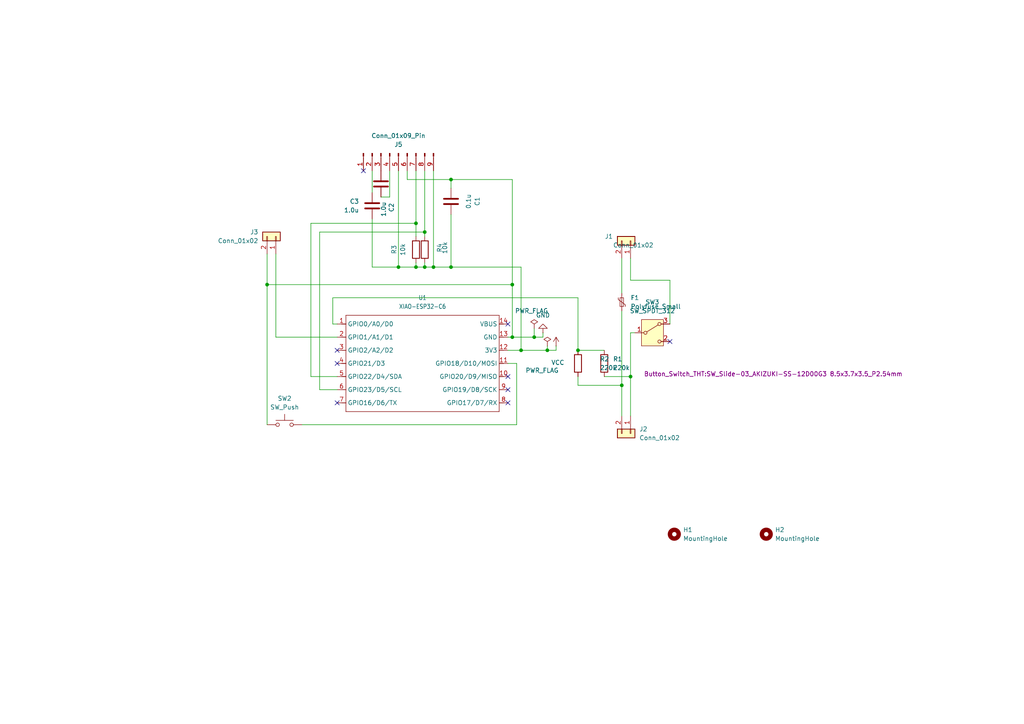
<source format=kicad_sch>
(kicad_sch (version 20250114) (generator "eeschema") (generator_version "9.0")
  (paper "A4")
  (title_block (title "B-Fox Receiver"))
  (lib_symbols
    (symbol "Connector:Conn_01x09_Pin" (pin_names (offset 1.016) (hide yes))
      (property "Reference" "J" (at 0 12.7 0))
      (property "Value" "Conn_01x09_Pin" (at 0 -12.7 0))
      (symbol "Conn_01x09_Pin_1_1"
        (rectangle (start 0.8636 10.287) (end 0 10.033) (stroke (width 0.1524)) (fill (type outline)))
        (rectangle (start 0.8636 7.747) (end 0 7.493) (stroke (width 0.1524)) (fill (type outline)))
        (rectangle (start 0.8636 5.207) (end 0 4.953) (stroke (width 0.1524)) (fill (type outline)))
        (rectangle (start 0.8636 2.667) (end 0 2.413) (stroke (width 0.1524)) (fill (type outline)))
        (rectangle (start 0.8636 0.127) (end 0 -0.127) (stroke (width 0.1524)) (fill (type outline)))
        (rectangle (start 0.8636 -2.413) (end 0 -2.667) (stroke (width 0.1524)) (fill (type outline)))
        (rectangle (start 0.8636 -4.953) (end 0 -5.207) (stroke (width 0.1524)) (fill (type outline)))
        (rectangle (start 0.8636 -7.493) (end 0 -7.747) (stroke (width 0.1524)) (fill (type outline)))
        (rectangle (start 0.8636 -10.033) (end 0 -10.287) (stroke (width 0.1524)) (fill (type outline)))
        (polyline (pts (xy 1.27 10.16) (xy 0.8636 10.16)) (stroke (width 0.1524)))
        (polyline (pts (xy 1.27 7.62) (xy 0.8636 7.62)) (stroke (width 0.1524)))
        (polyline (pts (xy 1.27 5.08) (xy 0.8636 5.08)) (stroke (width 0.1524)))
        (polyline (pts (xy 1.27 2.54) (xy 0.8636 2.54)) (stroke (width 0.1524)))
        (polyline (pts (xy 1.27 0) (xy 0.8636 0)) (stroke (width 0.1524)))
        (polyline (pts (xy 1.27 -2.54) (xy 0.8636 -2.54)) (stroke (width 0.1524)))
        (polyline (pts (xy 1.27 -5.08) (xy 0.8636 -5.08)) (stroke (width 0.1524)))
        (polyline (pts (xy 1.27 -7.62) (xy 0.8636 -7.62)) (stroke (width 0.1524)))
        (polyline (pts (xy 1.27 -10.16) (xy 0.8636 -10.16)) (stroke (width 0.1524)))
        (pin passive line (at 5.08 10.16 180) (length 3.81) (name "Pin_1") (number "1"))
        (pin passive line (at 5.08 7.62 180) (length 3.81) (name "Pin_2") (number "2"))
        (pin passive line (at 5.08 5.08 180) (length 3.81) (name "Pin_3") (number "3"))
        (pin passive line (at 5.08 2.54 180) (length 3.81) (name "Pin_4") (number "4"))
        (pin passive line (at 5.08 0 180) (length 3.81) (name "Pin_5") (number "5"))
        (pin passive line (at 5.08 -2.54 180) (length 3.81) (name "Pin_6") (number "6"))
        (pin passive line (at 5.08 -5.08 180) (length 3.81) (name "Pin_7") (number "7"))
        (pin passive line (at 5.08 -7.62 180) (length 3.81) (name "Pin_8") (number "8"))
        (pin passive line (at 5.08 -10.16 180) (length 3.81) (name "Pin_9") (number "9"))
      )
    )
    (symbol "Connector_Generic:Conn_01x02" (pin_names (offset 1.016) (hide yes))
      (property "Reference" "J" (at 0 2.54 0))
      (property "Value" "Conn_01x02" (at 0 -5.08 0))
      (symbol "Conn_01x02_1_1"
        (rectangle (start -1.27 1.27) (end 1.27 -3.81) (stroke (width 0.254)) (fill (type background)))
        (rectangle (start -1.27 0.127) (end 0 -0.127) (stroke (width 0.1524)))
        (rectangle (start -1.27 -2.413) (end 0 -2.667) (stroke (width 0.1524)))
        (pin passive line (at -5.08 0 0) (length 3.81) (name "Pin_1") (number "1"))
        (pin passive line (at -5.08 -2.54 0) (length 3.81) (name "Pin_2") (number "2"))
      )
    )
    (symbol "Device:C" (pin_numbers (hide yes)) (pin_names (offset 0.254))
      (property "Reference" "C" (at 0.635 2.54 0))
      (property "Value" "C" (at 0.635 -2.54 0))
      (symbol "C_0_1"
        (polyline (pts (xy -2.032 0.762) (xy 2.032 0.762)) (stroke (width 0.508)))
        (polyline (pts (xy -2.032 -0.762) (xy 2.032 -0.762)) (stroke (width 0.508)))
      )
      (symbol "C_1_1"
        (pin passive line (at 0 3.81 270) (length 2.794) (name "~") (number "1"))
        (pin passive line (at 0 -3.81 90) (length 2.794) (name "~") (number "2"))
      )
    )
    (symbol "Device:Polyfuse_Small" (pin_numbers (hide yes)) (pin_names (offset 0))
      (property "Reference" "F" (at -1.905 0 90))
      (property "Value" "Polyfuse_Small" (at 1.905 0 90))
      (symbol "Polyfuse_Small_0_1"
        (polyline (pts (xy -1.016 1.27) (xy -1.016 0.762) (xy 1.016 -0.762) (xy 1.016 -1.27)))
        (rectangle (start -0.508 1.27) (end 0.508 -1.27))
        (polyline (pts (xy 0 2.54) (xy 0 -2.54)))
      )
      (symbol "Polyfuse_Small_1_1"
        (pin passive line (at 0 2.54 270) (length 0.635) (name "~") (number "1"))
        (pin passive line (at 0 -2.54 90) (length 0.635) (name "~") (number "2"))
      )
    )
    (symbol "Device:R" (pin_numbers (hide yes)) (pin_names (offset 0))
      (property "Reference" "R" (at 2.032 0 90))
      (property "Value" "R" (at 0 0 90))
      (symbol "R_0_1"
        (rectangle (start -1.016 -2.54) (end 1.016 2.54) (stroke (width 0.254)))
      )
      (symbol "R_1_1"
        (pin passive line (at 0 3.81 270) (length 1.27) (name "~") (number "1"))
        (pin passive line (at 0 -3.81 90) (length 1.27) (name "~") (number "2"))
      )
    )
    (symbol "Mechanical:MountingHole" (pin_names (offset 1.016)) (in_bom no)
      (property "Reference" "H" (at 0 5.08 0))
      (property "Value" "MountingHole" (at 0 3.175 0))
      (symbol "MountingHole_0_1"
        (circle (center 0 0) (radius 1.27) (stroke (width 1.27)))
      )
    )
    (symbol "Seeed_Studio_XIAO_Series:XIAO_ESP32-C6-DIP"
      (property "Reference" "U" (at -20.574 17.018 0))
      (property "Value" "XIAO-ESP32-C6" (at -15.24 14.986 0))
      (symbol "XIAO_ESP32-C6-DIP_1_0"
        (polyline (pts (xy -21.59 13.97) (xy 22.86 13.97)) (stroke (width 0.1524)))
        (polyline (pts (xy -21.59 11.43) (xy -22.86 11.43)) (stroke (width 0.1524)))
        (polyline (pts (xy -21.59 11.43) (xy -21.59 13.97)) (stroke (width 0.1524)))
        (polyline (pts (xy -21.59 7.62) (xy -22.86 7.62)) (stroke (width 0.1524)))
        (polyline (pts (xy -21.59 7.62) (xy -21.59 11.43)) (stroke (width 0.1524)))
        (polyline (pts (xy -21.59 3.81) (xy -22.86 3.81)) (stroke (width 0.1524)))
        (polyline (pts (xy -21.59 3.81) (xy -21.59 7.62)) (stroke (width 0.1524)))
        (polyline (pts (xy -21.59 0) (xy -22.86 0)) (stroke (width 0.1524)))
        (polyline (pts (xy -21.59 0) (xy -21.59 3.81)) (stroke (width 0.1524)))
        (polyline (pts (xy -21.59 -3.81) (xy -22.86 -3.81)) (stroke (width 0.1524)))
        (polyline (pts (xy -21.59 -7.62) (xy -22.86 -7.62)) (stroke (width 0.1524)))
        (polyline (pts (xy -21.59 -11.43) (xy -22.86 -11.43)) (stroke (width 0.1524)))
        (polyline (pts (xy -21.59 -13.97) (xy -21.59 0)) (stroke (width 0.1524)))
        (polyline (pts (xy 22.86 13.97) (xy 22.86 11.43)) (stroke (width 0.1524)))
        (polyline (pts (xy 22.86 11.43) (xy 22.86 7.62)) (stroke (width 0.1524)))
        (polyline (pts (xy 22.86 7.62) (xy 22.86 3.81)) (stroke (width 0.1524)))
        (polyline (pts (xy 22.86 3.81) (xy 22.86 -13.97)) (stroke (width 0.1524)))
        (polyline (pts (xy 22.86 -13.97) (xy -21.59 -13.97)) (stroke (width 0.1524)))
        (polyline (pts (xy 24.13 11.43) (xy 22.86 11.43)) (stroke (width 0.1524)))
        (polyline (pts (xy 24.13 7.62) (xy 22.86 7.62)) (stroke (width 0.1524)))
        (polyline (pts (xy 24.13 3.81) (xy 22.86 3.81)) (stroke (width 0.1524)))
        (polyline (pts (xy 24.13 0) (xy 22.86 0)) (stroke (width 0.1524)))
        (polyline (pts (xy 24.13 -3.81) (xy 22.86 -3.81)) (stroke (width 0.1524)))
        (polyline (pts (xy 24.13 -7.62) (xy 22.86 -7.62)) (stroke (width 0.1524)))
        (polyline (pts (xy 24.13 -11.43) (xy 22.86 -11.43)) (stroke (width 0.1524)))
        (pin passive line (at -24.13 11.43 0) (length 2.54) (name "GPIO0/A0/D0") (number "1"))
        (pin passive line (at -24.13 7.62 0) (length 2.54) (name "GPIO1/A1/D1") (number "2"))
        (pin passive line (at -24.13 3.81 0) (length 2.54) (name "GPIO2/A2/D2") (number "3"))
        (pin passive line (at -24.13 0 0) (length 2.54) (name "GPIO21/D3") (number "4"))
        (pin passive line (at -24.13 -3.81 0) (length 2.54) (name "GPIO22/D4/SDA") (number "5"))
        (pin passive line (at -24.13 -7.62 0) (length 2.54) (name "GPIO23/D5/SCL") (number "6"))
        (pin passive line (at -24.13 -11.43 0) (length 2.54) (name "GPIO16/D6/TX") (number "7"))
        (pin passive line (at 25.4 11.43 180) (length 2.54) (name "VBUS") (number "14"))
        (pin passive line (at 25.4 7.62 180) (length 2.54) (name "GND") (number "13"))
        (pin passive line (at 25.4 3.81 180) (length 2.54) (name "3V3") (number "12"))
        (pin passive line (at 25.4 0 180) (length 2.54) (name "GPIO18/D10/MOSI") (number "11"))
        (pin passive line (at 25.4 -3.81 180) (length 2.54) (name "GPIO20/D9/MISO") (number "10"))
        (pin passive line (at 25.4 -7.62 180) (length 2.54) (name "GPIO19/D8/SCK") (number "9"))
        (pin passive line (at 25.4 -11.43 180) (length 2.54) (name "GPIO17/D7/RX") (number "8"))
      )
    )
    (symbol "Switch:SW_Push" (pin_numbers (hide yes)) (pin_names (offset 1.016) (hide yes))
      (property "Reference" "SW" (at 1.27 2.54 0))
      (property "Value" "SW_Push" (at 0 -1.524 0))
      (symbol "SW_Push_0_1"
        (circle (center -2.032 0) (radius 0.508))
        (polyline (pts (xy 0 1.27) (xy 0 3.048)))
        (circle (center 2.032 0) (radius 0.508))
        (polyline (pts (xy 2.54 1.27) (xy -2.54 1.27)))
        (pin passive line (at -5.08 0 0) (length 2.54) (name "1") (number "1"))
        (pin passive line (at 5.08 0 180) (length 2.54) (name "2") (number "2"))
      )
    )
    (symbol "Switch:SW_SPDT_312" (pin_names (offset 1) (hide yes))
      (property "Reference" "SW" (at 0 5.08 0))
      (property "Value" "SW_SPDT_312" (at 0 -5.08 0))
      (symbol "SW_SPDT_312_0_1"
        (circle (center -2.032 0) (radius 0.4572))
        (polyline (pts (xy -1.651 0.254) (xy 1.651 2.286)))
        (circle (center 2.032 2.54) (radius 0.4572))
        (circle (center 2.032 -2.54) (radius 0.4572))
      )
      (symbol "SW_SPDT_312_1_1"
        (rectangle (start -3.175 3.81) (end 3.175 -3.81) (fill (type background)))
        (pin passive line (at -5.08 0 0) (length 2.54) (name "B") (number "1"))
        (pin passive line (at 5.08 2.54 180) (length 2.54) (name "A") (number "3"))
        (pin passive line (at 5.08 -2.54 180) (length 2.54) (name "C") (number "2"))
      )
    )
    (symbol "power:GND" (power) (pin_numbers (hide yes)) (pin_names (offset 0) (hide yes))
      (property "Value" "GND" (at 0 -3.81 0))
      (symbol "GND_0_1"
        (polyline (pts (xy 0 0) (xy 0 -1.27) (xy 1.27 -1.27) (xy 0 -2.54) (xy -1.27 -1.27) (xy 0 -1.27)))
      )
      (symbol "GND_1_1"
        (pin power_in line (at 0 0 270) (length 0) (name "~") (number "1"))
      )
    )
    (symbol "power:PWR_FLAG" (power) (pin_numbers (hide yes)) (pin_names (offset 0) (hide yes))
      (property "Value" "PWR_FLAG" (at 0 3.81 0))
      (symbol "PWR_FLAG_0_0"
        (pin power_out line (at 0 0 90) (length 0) (name "~") (number "1"))
      )
      (symbol "PWR_FLAG_0_1"
        (polyline (pts (xy 0 0) (xy 0 1.27) (xy -1.016 1.905) (xy 0 2.54) (xy 1.016 1.905) (xy 0 1.27)))
      )
    )
    (symbol "power:VCC" (power) (pin_numbers (hide yes)) (pin_names (offset 0) (hide yes))
      (property "Value" "VCC" (at 0 3.556 0))
      (symbol "VCC_0_1"
        (polyline (pts (xy -0.762 1.27) (xy 0 2.54)))
        (polyline (pts (xy 0 2.54) (xy 0.762 1.27)))
        (polyline (pts (xy 0 0) (xy 0 2.54)))
      )
      (symbol "VCC_1_1"
        (pin power_in line (at 0 0 90) (length 0) (name "~") (number "1"))
      )
    )
  )
  (junction (at 148.59 82.55))
  (junction (at 130.81 52.07))
  (junction (at 180.34 111.76))
  (junction (at 115.57 77.47))
  (junction (at 130.81 77.47))
  (junction (at 158.75 101.6))
  (junction (at 182.88 109.22))
  (junction (at 148.59 97.79))
  (junction (at 123.19 77.47))
  (junction (at 167.64 101.6))
  (junction (at 154.94 97.79))
  (junction (at 151.13 101.6))
  (junction (at 123.19 67.31))
  (junction (at 125.73 77.47))
  (junction (at 77.47 82.55))
  (junction (at 120.65 64.77))
  (junction (at 120.65 77.47))
  (no_connect (at 97.79 101.6))
  (no_connect (at 97.79 116.84))
  (no_connect (at 194.31 99.06))
  (no_connect (at 97.79 105.41))
  (no_connect (at 105.41 49.53))
  (no_connect (at 147.32 116.84))
  (no_connect (at 147.32 109.22))
  (no_connect (at 147.32 113.03))
  (no_connect (at 147.32 93.98))
  (wire (pts (xy 148.59 97.79) (xy 147.32 97.79)))
  (wire (pts (xy 77.47 73.66) (xy 77.47 82.55)))
  (wire (pts (xy 130.81 77.47) (xy 151.13 77.47)))
  (wire (pts (xy 120.65 77.47) (xy 123.19 77.47)))
  (wire (pts (xy 148.59 97.79) (xy 154.94 97.79)))
  (wire (pts (xy 180.34 90.17) (xy 180.34 111.76)))
  (wire (pts (xy 154.94 95.25) (xy 154.94 97.79)))
  (wire (pts (xy 96.52 86.36) (xy 96.52 93.98)))
  (wire (pts (xy 107.95 77.47) (xy 115.57 77.47)))
  (wire (pts (xy 158.75 100.33) (xy 158.75 101.6)))
  (wire (pts (xy 184.15 96.52) (xy 182.88 96.52)))
  (wire (pts (xy 120.65 76.2) (xy 120.65 77.47)))
  (wire (pts (xy 167.64 109.22) (xy 167.64 111.76)))
  (wire (pts (xy 167.64 101.6) (xy 175.26 101.6)))
  (wire (pts (xy 182.88 96.52) (xy 182.88 109.22)))
  (wire (pts (xy 113.03 49.53) (xy 113.03 57.15)))
  (wire (pts (xy 180.34 74.93) (xy 180.34 85.09)))
  (wire (pts (xy 130.81 52.07) (xy 148.59 52.07)))
  (wire (pts (xy 167.64 111.76) (xy 180.34 111.76)))
  (wire (pts (xy 77.47 82.55) (xy 77.47 123.19)))
  (wire (pts (xy 90.17 109.22) (xy 97.79 109.22)))
  (wire (pts (xy 120.65 64.77) (xy 90.17 64.77)))
  (wire (pts (xy 182.88 74.93) (xy 182.88 81.28)))
  (wire (pts (xy 182.88 109.22) (xy 182.88 120.65)))
  (wire (pts (xy 157.48 96.52) (xy 157.48 97.79)))
  (wire (pts (xy 120.65 64.77) (xy 120.65 68.58)))
  (wire (pts (xy 167.64 86.36) (xy 167.64 101.6)))
  (wire (pts (xy 149.86 123.19) (xy 149.86 105.41)))
  (wire (pts (xy 125.73 49.53) (xy 125.73 77.47)))
  (wire (pts (xy 130.81 54.61) (xy 130.81 52.07)))
  (wire (pts (xy 151.13 101.6) (xy 158.75 101.6)))
  (wire (pts (xy 148.59 52.07) (xy 148.59 82.55)))
  (wire (pts (xy 123.19 67.31) (xy 123.19 68.58)))
  (wire (pts (xy 92.71 113.03) (xy 92.71 67.31)))
  (wire (pts (xy 77.47 82.55) (xy 148.59 82.55)))
  (wire (pts (xy 161.29 100.33) (xy 161.29 101.6)))
  (wire (pts (xy 107.95 49.53) (xy 107.95 55.88)))
  (wire (pts (xy 92.71 67.31) (xy 123.19 67.31)))
  (wire (pts (xy 96.52 93.98) (xy 97.79 93.98)))
  (wire (pts (xy 123.19 76.2) (xy 123.19 77.47)))
  (wire (pts (xy 123.19 77.47) (xy 125.73 77.47)))
  (wire (pts (xy 110.49 57.15) (xy 113.03 57.15)))
  (wire (pts (xy 130.81 62.23) (xy 130.81 77.47)))
  (wire (pts (xy 151.13 101.6) (xy 151.13 77.47)))
  (wire (pts (xy 123.19 49.53) (xy 123.19 67.31)))
  (wire (pts (xy 97.79 113.03) (xy 92.71 113.03)))
  (wire (pts (xy 118.11 49.53) (xy 118.11 52.07)))
  (wire (pts (xy 118.11 52.07) (xy 130.81 52.07)))
  (wire (pts (xy 180.34 111.76) (xy 180.34 120.65)))
  (wire (pts (xy 107.95 77.47) (xy 107.95 63.5)))
  (wire (pts (xy 80.01 73.66) (xy 80.01 97.79)))
  (wire (pts (xy 90.17 64.77) (xy 90.17 109.22)))
  (wire (pts (xy 158.75 101.6) (xy 161.29 101.6)))
  (wire (pts (xy 87.63 123.19) (xy 149.86 123.19)))
  (wire (pts (xy 125.73 77.47) (xy 130.81 77.47)))
  (wire (pts (xy 147.32 101.6) (xy 151.13 101.6)))
  (wire (pts (xy 194.31 81.28) (xy 194.31 93.98)))
  (wire (pts (xy 148.59 82.55) (xy 148.59 97.79)))
  (wire (pts (xy 157.48 97.79) (xy 154.94 97.79)))
  (wire (pts (xy 96.52 86.36) (xy 167.64 86.36)))
  (wire (pts (xy 147.32 105.41) (xy 149.86 105.41)))
  (wire (pts (xy 115.57 77.47) (xy 120.65 77.47)))
  (wire (pts (xy 182.88 81.28) (xy 194.31 81.28)))
  (wire (pts (xy 115.57 49.53) (xy 115.57 77.47)))
  (wire (pts (xy 120.65 49.53) (xy 120.65 64.77)))
  (wire (pts (xy 80.01 97.79) (xy 97.79 97.79)))
  (wire (pts (xy 175.26 109.22) (xy 182.88 109.22)))
  (symbol (lib_id "Connector_Generic:Conn_01x02") (at 182.88 69.85 270) (mirror x) (unit 1)
    (property "Reference" "J1" (at 177.8 68.5799 90) (effects (justify right)))
    (property "Value" "Conn_01x02" (at 177.8 71.1199 90) (effects (justify left)))
    (property "Footprint" "Connector_JST:JST_XH_S2B-XH-A-1_1x02_P2.50mm_Horizontal" (effects (hide yes)))
    (property "Description" "Generic connector, single row, 01x02, script generated (kicad-library-utils/schlib/autogen/connector/)" (effects (hide yes)))
  )
  (symbol (lib_id "Device:R") (at 167.64 105.41 0) (unit 1)
    (property "Reference" "R2" (at 173.99 104.1399 0) (effects (justify left)))
    (property "Value" "220k" (at 173.99 106.6799 0) (effects (justify left)))
    (property "Footprint" "Resistor_THT:R_Axial_DIN0204_L3.6mm_D1.6mm_P7.62mm_Horizontal" (effects (hide yes)))
    (property "Description" "Resistor" (effects (hide yes)))
  )
  (symbol (lib_id "Mechanical:MountingHole") (at 222.25 154.94 0) (unit 1) (in_bom no)
    (property "Reference" "H2" (at 224.79 153.6699 0) (effects (justify left)))
    (property "Value" "MountingHole" (at 224.79 156.2099 0) (effects (justify left)))
    (property "Footprint" "MountingHole:MountingHole_3.2mm_M3" (effects (hide yes)))
    (property "Description" "Mounting Hole without connection" (effects (hide yes)))
  )
  (symbol (lib_id "Switch:SW_Push") (at 82.55 123.19 0) (unit 1)
    (property "Reference" "SW2" (at 82.55 115.57 0))
    (property "Value" "SW_Push" (at 82.55 118.11 0))
    (property "Footprint" "Button_Switch_THT:SW_PUSH_6mm_H5mm" (effects (hide yes)))
    (property "Description" "Push button switch, generic, two pins" (effects (hide yes)))
  )
  (symbol (lib_id "Device:R") (at 175.26 105.41 0) (unit 1)
    (property "Reference" "R1" (at 177.8 104.1399 0) (effects (justify left)))
    (property "Value" "220k" (at 177.8 106.6799 0) (effects (justify left)))
    (property "Footprint" "Resistor_THT:R_Axial_DIN0204_L3.6mm_D1.6mm_P7.62mm_Horizontal" (effects (hide yes)))
    (property "Description" "Resistor" (effects (hide yes)))
  )
  (symbol (lib_id "Connector_Generic:Conn_01x02") (at 80.01 68.58 270) (mirror x) (unit 1)
    (property "Reference" "J3" (at 74.93 67.3099 90) (effects (justify right)))
    (property "Value" "Conn_01x02" (at 74.93 69.8499 90) (effects (justify right)))
    (property "Footprint" "Connector_JST:JST_XH_B2B-XH-A_1x02_P2.50mm_Vertical" (effects (hide yes)))
    (property "Description" "Generic connector, single row, 01x02, script generated (kicad-library-utils/schlib/autogen/connector/)" (effects (hide yes)))
  )
  (symbol (lib_id "power:VCC") (at 161.29 100.33 0) (unit 1)
    (property "Reference" "#PWR01" (effects (hide yes)))
    (property "Value" "VCC" (at 161.798 105.156 0))
    (property "Description" "Power symbol creates a global label with name \"VCC\"" (effects (hide yes)))
  )
  (symbol (lib_id "Device:R") (at 123.19 72.39 180) (unit 1)
    (property "Reference" "R4" (at 127.508 71.882 90))
    (property "Value" "10k" (at 129.032 71.882 90))
    (property "Footprint" "Resistor_THT:R_Axial_DIN0204_L3.6mm_D1.6mm_P7.62mm_Horizontal" (effects (hide yes)))
    (property "Description" "Resistor" (effects (hide yes)))
  )
  (symbol (lib_id "Device:C") (at 110.49 53.34 0) (unit 1)
    (property "Reference" "C2" (at 113.538 60.198 90))
    (property "Value" "1.0u" (at 111.252 60.706 90))
    (property "Footprint" "Capacitor_THT:C_Disc_D3.0mm_W1.6mm_P2.50mm" (effects (hide yes)))
    (property "Description" "Unpolarized capacitor" (effects (hide yes)))
  )
  (symbol (lib_id "Device:Polyfuse_Small") (at 180.34 87.63 0) (unit 1)
    (property "Reference" "F1" (at 182.88 86.3599 0) (effects (justify left)))
    (property "Value" "Polyfuse_Small" (at 182.88 88.8999 0) (effects (justify left)))
    (property "Footprint" "Capacitor_THT:C_Disc_D4.3mm_W1.9mm_P5.00mm" (effects (hide yes)))
    (property "Description" "Resettable fuse, polymeric positive temperature coefficient, small symbol" (effects (hide yes)))
  )
  (symbol (lib_id "Device:R") (at 120.65 72.39 180) (unit 1)
    (property "Reference" "R3" (at 114.3 72.39 90))
    (property "Value" "10k" (at 116.84 72.39 90))
    (property "Footprint" "Resistor_THT:R_Axial_DIN0204_L3.6mm_D1.6mm_P7.62mm_Horizontal" (effects (hide yes)))
    (property "Description" "Resistor" (effects (hide yes)))
  )
  (symbol (lib_id "Connector_Generic:Conn_01x02") (at 182.88 125.73 270) (unit 1)
    (property "Reference" "J2" (at 185.42 124.4599 90) (effects (justify left)))
    (property "Value" "Conn_01x02" (at 185.42 126.9999 90) (effects (justify left)))
    (property "Footprint" "Connector_JST:JST_XH_B2B-XH-A_1x02_P2.50mm_Vertical" (effects (hide yes)))
    (property "Description" "Generic connector, single row, 01x02, script generated (kicad-library-utils/schlib/autogen/connector/)" (effects (hide yes)))
  )
  (symbol (lib_id "Device:C") (at 130.81 58.42 0) (mirror x) (unit 1)
    (property "Reference" "C1" (at 138.43 58.42 90))
    (property "Value" "0.1u" (at 135.89 58.42 90))
    (property "Footprint" "Capacitor_THT:C_Disc_D3.0mm_W1.6mm_P2.50mm" (effects (hide yes)))
    (property "Description" "Unpolarized capacitor" (effects (hide yes)))
  )
  (symbol (lib_id "Seeed_Studio_XIAO_Series:XIAO_ESP32-C6-DIP") (at 121.92 105.41 0) (unit 1)
    (property "Reference" "U1" (at 122.555 86.36 0) (effects (font (size 1.27 1.0795))))
    (property "Value" "XIAO-ESP32-C6" (at 122.555 88.9 0) (effects (font (size 1.27 1.0795))))
    (property "Footprint" "Seeed Studio XIAO Series Library:XIAO-ESP32C6-DIP" (effects (hide yes)))
    (property "SKU" "XIAO-DIP" (effects (hide yes)))
  )
  (symbol (lib_id "power:PWR_FLAG") (at 158.75 100.33 0) (unit 1)
    (property "Reference" "#FLG01" (effects (hide yes)))
    (property "Value" "PWR_FLAG" (at 157.226 107.442 0))
    (property "Description" "Special symbol for telling ERC where power comes from" (effects (hide yes)))
  )
  (symbol (lib_id "Switch:SW_SPDT_312") (at 189.23 96.52 0) (unit 1)
    (property "Reference" "SW3" (at 189.23 87.63 0))
    (property "Value" "SW_SPDT_312" (at 189.23 90.17 0))
    (property "Footprint" "Button_Switch_THT:SW_Slide-03_AKIZUKI-SS-12D00G3 8.5x3.7x3.5_P2.54mm" (at 224.282 108.458 0))
    (property "Description" "Switch, single pole double throw" (effects (hide yes)))
  )
  (symbol (lib_id "power:GND") (at 157.48 96.52 180) (unit 1)
    (property "Reference" "#PWR02" (effects (hide yes)))
    (property "Value" "GND" (at 157.48 91.44 0))
    (property "Description" "Power symbol creates a global label with name \"GND\" , ground" (effects (hide yes)))
  )
  (symbol (lib_id "Device:C") (at 107.95 59.69 0) (mirror x) (unit 1)
    (property "Reference" "C3" (at 104.14 58.4199 0) (effects (justify right)))
    (property "Value" "1.0u" (at 104.14 60.9599 0) (effects (justify right)))
    (property "Footprint" "Capacitor_THT:C_Disc_D3.0mm_W1.6mm_P2.50mm" (effects (hide yes)))
    (property "Description" "Unpolarized capacitor" (effects (hide yes)))
  )
  (symbol (lib_id "Connector:Conn_01x09_Pin") (at 115.57 44.45 90) (mirror x) (unit 1)
    (property "Reference" "J5" (at 115.57 41.91 90))
    (property "Value" "Conn_01x09_Pin" (at 115.57 39.37 90))
    (property "Footprint" "Connector_PinSocket_2.54mm:PinSocket_1x09_P2.54mm_Vertical" (effects (hide yes)))
    (property "Description" "Generic connector, single row, 01x09, script generated" (effects (hide yes)))
  )
  (symbol (lib_id "power:PWR_FLAG") (at 154.94 95.25 0) (unit 1)
    (property "Reference" "#FLG02" (effects (hide yes)))
    (property "Value" "PWR_FLAG" (at 154.178 90.17 0))
    (property "Description" "Special symbol for telling ERC where power comes from" (effects (hide yes)))
  )
  (symbol (lib_id "Mechanical:MountingHole") (at 195.58 154.94 0) (unit 1) (in_bom no)
    (property "Reference" "H1" (at 198.12 153.6699 0) (effects (justify left)))
    (property "Value" "MountingHole" (at 198.12 156.2099 0) (effects (justify left)))
    (property "Footprint" "MountingHole:MountingHole_3.2mm_M3" (effects (hide yes)))
    (property "Description" "Mounting Hole without connection" (effects (hide yes)))
  )
)
</source>
